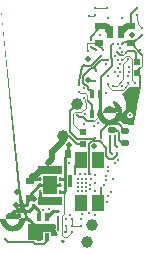
<source format=gbr>
G04 #@! TF.GenerationSoftware,KiCad,Pcbnew,7.0.10-7.0.10~ubuntu20.04.1*
G04 #@! TF.CreationDate,2024-01-02T22:15:02+00:00*
G04 #@! TF.ProjectId,yote,796f7465-2e6b-4696-9361-645f70636258,rev?*
G04 #@! TF.SameCoordinates,Original*
G04 #@! TF.FileFunction,Copper,L8,Bot*
G04 #@! TF.FilePolarity,Positive*
%FSLAX46Y46*%
G04 Gerber Fmt 4.6, Leading zero omitted, Abs format (unit mm)*
G04 Created by KiCad (PCBNEW 7.0.10-7.0.10~ubuntu20.04.1) date 2024-01-02 22:15:02*
%MOMM*%
%LPD*%
G01*
G04 APERTURE LIST*
G04 Aperture macros list*
%AMRoundRect*
0 Rectangle with rounded corners*
0 $1 Rounding radius*
0 $2 $3 $4 $5 $6 $7 $8 $9 X,Y pos of 4 corners*
0 Add a 4 corners polygon primitive as box body*
4,1,4,$2,$3,$4,$5,$6,$7,$8,$9,$2,$3,0*
0 Add four circle primitives for the rounded corners*
1,1,$1+$1,$2,$3*
1,1,$1+$1,$4,$5*
1,1,$1+$1,$6,$7*
1,1,$1+$1,$8,$9*
0 Add four rect primitives between the rounded corners*
20,1,$1+$1,$2,$3,$4,$5,0*
20,1,$1+$1,$4,$5,$6,$7,0*
20,1,$1+$1,$6,$7,$8,$9,0*
20,1,$1+$1,$8,$9,$2,$3,0*%
%AMFreePoly0*
4,1,59,-0.493204,1.039632,-0.294356,0.979312,-0.111096,0.881358,0.049533,0.749533,0.181358,0.588904,0.279312,0.405644,0.339632,0.206796,0.360000,0.000000,0.339632,-0.206796,0.279312,-0.405644,0.181358,-0.588904,0.049533,-0.749533,-0.111096,-0.881358,-0.294356,-0.979312,-0.493204,-1.039632,-0.700000,-1.060000,-0.906796,-1.039632,-1.105644,-0.979312,-1.288904,-0.881358,-1.449533,-0.749533,
-1.581358,-0.588904,-1.679312,-0.405644,-1.739632,-0.206796,-1.760000,0.000000,-1.264832,0.000000,-1.245586,-0.146189,-1.189159,-0.282416,-1.099397,-0.399397,-0.982416,-0.489159,-0.846189,-0.545586,-0.700000,-0.564832,-0.553811,-0.545586,-0.417584,-0.489159,-0.300603,-0.399397,-0.210841,-0.282416,-0.154414,-0.146189,-0.135168,0.000000,-0.154414,0.146189,-0.210841,0.282416,-0.300603,0.399397,
-0.417584,0.489159,-0.553811,0.545586,-0.700000,0.564832,-0.846189,0.545586,-0.982416,0.489159,-1.099397,0.399397,-1.189159,0.282416,-1.245586,0.146189,-1.264832,0.000000,-1.760000,0.000000,-1.739632,0.206796,-1.679312,0.405644,-1.581358,0.588904,-1.449533,0.749533,-1.288904,0.881358,-1.105644,0.979312,-0.906796,1.039632,-0.700000,1.060000,-0.493204,1.039632,-0.493204,1.039632,
$1*%
G04 Aperture macros list end*
G04 #@! TA.AperFunction,ComponentPad*
%ADD10C,1.000000*%
G04 #@! TD*
G04 #@! TA.AperFunction,ConnectorPad*
%ADD11C,1.000000*%
G04 #@! TD*
G04 #@! TA.AperFunction,SMDPad,CuDef*
%ADD12R,0.270000X0.250000*%
G04 #@! TD*
G04 #@! TA.AperFunction,SMDPad,CuDef*
%ADD13R,0.500000X0.600000*%
G04 #@! TD*
G04 #@! TA.AperFunction,SMDPad,CuDef*
%ADD14R,0.250000X0.270000*%
G04 #@! TD*
G04 #@! TA.AperFunction,SMDPad,CuDef*
%ADD15R,0.800000X0.600000*%
G04 #@! TD*
G04 #@! TA.AperFunction,SMDPad,CuDef*
%ADD16R,0.350000X1.100000*%
G04 #@! TD*
G04 #@! TA.AperFunction,SMDPad,CuDef*
%ADD17R,1.050000X1.400000*%
G04 #@! TD*
G04 #@! TA.AperFunction,SMDPad,CuDef*
%ADD18R,0.450000X0.750000*%
G04 #@! TD*
G04 #@! TA.AperFunction,SMDPad,CuDef*
%ADD19FreePoly0,270.000000*%
G04 #@! TD*
G04 #@! TA.AperFunction,SMDPad,CuDef*
%ADD20FreePoly0,90.000000*%
G04 #@! TD*
G04 #@! TA.AperFunction,SMDPad,CuDef*
%ADD21R,1.143000X1.549400*%
G04 #@! TD*
G04 #@! TA.AperFunction,SMDPad,CuDef*
%ADD22R,2.057400X0.635000*%
G04 #@! TD*
G04 #@! TA.AperFunction,SMDPad,CuDef*
%ADD23R,0.254000X0.355600*%
G04 #@! TD*
G04 #@! TA.AperFunction,SMDPad,CuDef*
%ADD24R,0.508000X1.092200*%
G04 #@! TD*
G04 #@! TA.AperFunction,SMDPad,CuDef*
%ADD25RoundRect,0.147500X0.172500X-0.147500X0.172500X0.147500X-0.172500X0.147500X-0.172500X-0.147500X0*%
G04 #@! TD*
G04 #@! TA.AperFunction,SMDPad,CuDef*
%ADD26RoundRect,0.050000X0.050000X-0.200000X0.050000X0.200000X-0.050000X0.200000X-0.050000X-0.200000X0*%
G04 #@! TD*
G04 #@! TA.AperFunction,SMDPad,CuDef*
%ADD27RoundRect,0.050000X0.275000X-0.200000X0.275000X0.200000X-0.275000X0.200000X-0.275000X-0.200000X0*%
G04 #@! TD*
G04 #@! TA.AperFunction,SMDPad,CuDef*
%ADD28R,0.600000X0.800000*%
G04 #@! TD*
G04 #@! TA.AperFunction,ViaPad*
%ADD29C,0.300000*%
G04 #@! TD*
G04 #@! TA.AperFunction,ViaPad*
%ADD30C,0.500000*%
G04 #@! TD*
G04 #@! TA.AperFunction,Conductor*
%ADD31C,0.110000*%
G04 #@! TD*
G04 #@! TA.AperFunction,Conductor*
%ADD32C,0.250000*%
G04 #@! TD*
G04 #@! TA.AperFunction,Conductor*
%ADD33C,0.150000*%
G04 #@! TD*
G04 #@! TA.AperFunction,Conductor*
%ADD34C,0.500000*%
G04 #@! TD*
G04 APERTURE END LIST*
D10*
X27400000Y44210000D03*
D11*
X27400000Y44210000D03*
D10*
X29420000Y35220000D03*
D11*
X29420000Y35220000D03*
D10*
X29820000Y36670000D03*
D11*
X29820000Y36670000D03*
D10*
X28600000Y46890000D03*
D11*
X28600000Y46890000D03*
D12*
X29750000Y51765000D03*
X29750000Y52315000D03*
X34060000Y52770000D03*
X34060000Y53320000D03*
D13*
X33660000Y49500000D03*
X33660000Y50500000D03*
D14*
X32920000Y48710000D03*
X33470000Y48710000D03*
X28145000Y36600000D03*
X27595000Y36600000D03*
D12*
X30120000Y54485000D03*
X30120000Y55035000D03*
D15*
X33170000Y52070000D03*
X33170000Y53470000D03*
D14*
X27590000Y36060000D03*
X28140000Y36060000D03*
D16*
X27945000Y40350000D03*
D17*
X30320000Y38550000D03*
X30320000Y42150000D03*
X28870000Y38550000D03*
X28870000Y42150000D03*
D14*
X27600000Y37145000D03*
X28150000Y37145000D03*
D15*
X24620000Y38950000D03*
X24620000Y40350000D03*
D14*
X30085000Y48890000D03*
X30635000Y48890000D03*
D18*
X29820001Y46030001D03*
X30520001Y46030001D03*
X29820001Y47730001D03*
X30520001Y47730001D03*
D19*
X32000001Y46180001D03*
D18*
X26025471Y37315017D03*
X25325471Y37315017D03*
X26025471Y35615017D03*
X25325471Y35615017D03*
D20*
X23845471Y37165017D03*
D21*
X26300000Y40010000D03*
D22*
X26300000Y41292700D03*
X26300000Y38727300D03*
D23*
X27125500Y39460001D03*
X27125500Y40010000D03*
X27125500Y40559999D03*
X25474500Y40559999D03*
X25474500Y40010000D03*
X25474500Y39460001D03*
D14*
X24305000Y38350000D03*
X24855000Y38350000D03*
D12*
X31920000Y43295000D03*
X31920000Y42745000D03*
D24*
X32319998Y52970000D03*
X31320000Y52970000D03*
D25*
X32620000Y44597500D03*
X32620000Y43627500D03*
D14*
X30745000Y51470000D03*
X30195000Y51470000D03*
D26*
X31320000Y43995000D03*
X31770000Y43995000D03*
D27*
X31545000Y44745000D03*
D14*
X30620000Y44070000D03*
X30070000Y44070000D03*
D15*
X30470000Y52100000D03*
X30470000Y53500000D03*
D12*
X33620000Y54455000D03*
X33620000Y55005000D03*
X26970000Y37860000D03*
X26970000Y37310000D03*
X28770000Y47935000D03*
X28770000Y48485000D03*
D28*
X26440000Y42710000D03*
X27840000Y42710000D03*
D13*
X29070000Y43520000D03*
X29070000Y44520000D03*
D29*
X27337428Y35276365D03*
X31775915Y41874085D03*
X30120000Y37520000D03*
D30*
X33260000Y52780000D03*
X30044500Y43320000D03*
D29*
X26192324Y37997353D03*
X31171290Y48571290D03*
D30*
X23480000Y39414500D03*
D29*
X31615934Y40554807D03*
X27946878Y37511099D03*
X29360000Y40230000D03*
X31200000Y49260000D03*
X28660000Y39880000D03*
X26270000Y39420000D03*
X32375500Y51330000D03*
X26785000Y35909002D03*
X29010000Y39880000D03*
X33390000Y47400000D03*
X30581615Y39796387D03*
X28660000Y39530000D03*
X26522087Y40624500D03*
X26658000Y39418243D03*
X29364397Y40583237D03*
X32000000Y49260000D03*
X29355492Y39526267D03*
X29010000Y39530000D03*
D30*
X29466842Y48979500D03*
D29*
X28660000Y40230000D03*
D30*
X32967272Y45462727D03*
D29*
X29610000Y54330000D03*
X30324000Y45277228D03*
X33869071Y51512079D03*
X29495469Y51432459D03*
X29010000Y40230000D03*
D30*
X24931798Y38824502D03*
X23410498Y38320000D03*
D29*
X33706757Y49636757D03*
X32400000Y52020000D03*
X27605500Y37179224D03*
X28660000Y40580000D03*
X29360000Y39880000D03*
X31800000Y50980000D03*
X27923597Y41943595D03*
X32200000Y51675000D03*
X29020000Y40590000D03*
X31503763Y42648535D03*
D30*
X26115813Y41947421D03*
D29*
X25689271Y37902138D03*
X29616032Y37674720D03*
X31130000Y55050000D03*
D30*
X22778778Y37417460D03*
D29*
X31600000Y52020000D03*
X28572668Y45942994D03*
D30*
X29540000Y50690000D03*
X24790498Y40835000D03*
D29*
X31009501Y47822512D03*
X31986022Y51325590D03*
X33045141Y45964859D03*
D30*
X27905500Y43454500D03*
D29*
X29170000Y48220000D03*
X28925000Y36575000D03*
X29248940Y40956028D03*
D30*
X31191720Y53057377D03*
D29*
X32000000Y52020000D03*
D30*
X32417065Y53124894D03*
D29*
X29005000Y37596346D03*
X32400000Y54180000D03*
X31180000Y54180000D03*
X28880500Y37130984D03*
X30060000Y40230000D03*
X30500700Y52720000D03*
X27000000Y36270000D03*
X30600000Y50985000D03*
X29135493Y50207003D03*
X32395834Y50631692D03*
X30060000Y39530000D03*
X28372332Y40945375D03*
X29145500Y47390500D03*
X28802762Y40942397D03*
X30009500Y45039938D03*
X29702071Y39671302D03*
X29217484Y46098831D03*
X29709999Y40059086D03*
X32402741Y48462741D03*
X32065500Y42152614D03*
X32963992Y50060000D03*
X32200000Y50295000D03*
X30060000Y40930000D03*
X29140000Y45250000D03*
X31230000Y39130000D03*
X31420189Y39469911D03*
X31000000Y50300000D03*
X30994104Y40441809D03*
X32000000Y50640000D03*
X31058086Y40826021D03*
X32956291Y49655950D03*
X32920498Y49240000D03*
X31168269Y41593497D03*
X32200000Y49610000D03*
X31084502Y38590000D03*
X30879522Y40047312D03*
X31998543Y49943357D03*
X31150500Y41204402D03*
X31800000Y49605000D03*
X32870019Y50684500D03*
X31629500Y48417920D03*
X29739885Y40570526D03*
X31200000Y50640000D03*
X22495532Y35445531D03*
X30209500Y49685523D03*
X29660212Y40961243D03*
D31*
X32920000Y48562806D02*
X32920000Y48710000D01*
X31171290Y48448710D02*
X31497080Y48122920D01*
D32*
X27337428Y35276365D02*
X27337428Y35285048D01*
D31*
X32480114Y48122920D02*
X32920000Y48562806D01*
X31497080Y48122920D02*
X32480114Y48122920D01*
X31171290Y48571290D02*
X31171290Y48448710D01*
D32*
X27337428Y35285048D02*
X27350000Y35297620D01*
D33*
X30581615Y39796387D02*
X30581615Y38821615D01*
X33650000Y49510000D02*
X33865395Y49294605D01*
X33330000Y52040000D02*
X33100000Y52040000D01*
X27400000Y44210000D02*
X27855000Y44210000D01*
X28545000Y43520000D02*
X28945000Y43520000D01*
X25325471Y35865471D02*
X25325471Y35615017D01*
D32*
X25377199Y40010000D02*
X24600000Y39232801D01*
D33*
X30470000Y51805000D02*
X30745000Y51530000D01*
D32*
X25325471Y36285017D02*
X24445471Y37165017D01*
X32717275Y45462727D02*
X32000001Y46180001D01*
D33*
X33960571Y50029429D02*
X33650000Y49718859D01*
D32*
X24600000Y39232801D02*
X24600000Y38970000D01*
X27125500Y40010000D02*
X26300000Y40010000D01*
D33*
X32510000Y52130000D02*
X32400000Y52020000D01*
D31*
X29427870Y52045000D02*
X30365000Y52045000D01*
D34*
X27400000Y43770000D02*
X27400000Y44210000D01*
X26440000Y42710000D02*
X26440000Y42810000D01*
D33*
X29466842Y48979500D02*
X29556342Y48890000D01*
D31*
X34070000Y50138858D02*
X34070000Y51070000D01*
D33*
X33360000Y46750000D02*
X33360000Y45650000D01*
X29556342Y48890000D02*
X30085000Y48890000D01*
D32*
X24305000Y38675000D02*
X24305000Y38350000D01*
D31*
X33040000Y45389999D02*
X32967272Y45462727D01*
D33*
X33360000Y46792358D02*
X33360000Y46750000D01*
D31*
X29965000Y54330000D02*
X30120000Y54485000D01*
D33*
X33865395Y49294605D02*
X33865395Y48434692D01*
D34*
X26440000Y42810000D02*
X27400000Y43770000D01*
D33*
X27855000Y44210000D02*
X28545000Y43520000D01*
D31*
X30365000Y52045000D02*
X30470000Y52150000D01*
D32*
X25325471Y35615017D02*
X25325471Y36285017D01*
D33*
X33675921Y47108279D02*
X33360000Y46792358D01*
X30470000Y52150000D02*
X30470000Y51805000D01*
D32*
X25474500Y40010000D02*
X26300000Y40010000D01*
D33*
X31320000Y42832298D02*
X31320000Y43995000D01*
D32*
X32967272Y45462727D02*
X32717275Y45462727D01*
X26780998Y35909002D02*
X26380000Y36310000D01*
X26785000Y35909002D02*
X26780998Y35909002D01*
D31*
X33960571Y50029429D02*
X34070000Y50138858D01*
D32*
X24600000Y38970000D02*
X24305000Y38675000D01*
D31*
X29610000Y54330000D02*
X29965000Y54330000D01*
D33*
X34070000Y51070000D02*
X33100000Y52040000D01*
X33172727Y45462727D02*
X32967272Y45462727D01*
D32*
X25610454Y36310000D02*
X25325471Y36025017D01*
D33*
X30581615Y38821615D02*
X30310000Y38550000D01*
D32*
X25474500Y40010000D02*
X25377199Y40010000D01*
D33*
X33150000Y52130000D02*
X32510000Y52130000D01*
D32*
X26380000Y36310000D02*
X25610454Y36310000D01*
D33*
X33650000Y49718859D02*
X33650000Y49510000D01*
X33360000Y45650000D02*
X33172727Y45462727D01*
X31503763Y42648535D02*
X31320000Y42832298D01*
D32*
X24275000Y38320000D02*
X24305000Y38350000D01*
D34*
X26440000Y42271608D02*
X26115813Y41947421D01*
D31*
X29427870Y52045000D02*
X29427870Y51397648D01*
D34*
X26440000Y42710000D02*
X26440000Y42271608D01*
D32*
X24445471Y37165017D02*
X23845471Y37165017D01*
D33*
X34060000Y52770000D02*
X33330000Y52040000D01*
D32*
X25325471Y35615017D02*
X25325471Y36025017D01*
D33*
X33865395Y48434692D02*
X33675921Y47108279D01*
D32*
X23410498Y38320000D02*
X24275000Y38320000D01*
D31*
X31130000Y55050000D02*
X30135000Y55050000D01*
X30135000Y55050000D02*
X30120000Y55035000D01*
D33*
X29420000Y45470000D02*
X30045000Y45470000D01*
X30635000Y49185000D02*
X30635000Y48890000D01*
X31478081Y50811919D02*
X31540000Y50750000D01*
D32*
X24475000Y37830000D02*
X24855000Y38210000D01*
X23230000Y37830000D02*
X24475000Y37830000D01*
X24855000Y38350000D02*
X25325472Y37879528D01*
D33*
X31540000Y50090000D02*
X30635000Y49185000D01*
X28572668Y45942994D02*
X28731831Y45783831D01*
X29106169Y45783831D02*
X29420000Y45470000D01*
X31478081Y51898081D02*
X31478081Y50811919D01*
X31540000Y50750000D02*
X31540000Y50090000D01*
D31*
X30045000Y45470000D02*
X30520001Y45945001D01*
X30520001Y45945001D02*
X30520001Y46030001D01*
D33*
X30635000Y48890000D02*
X30635000Y47845000D01*
X28731831Y45783831D02*
X29106169Y45783831D01*
D32*
X30509999Y47730001D02*
X30509999Y46029999D01*
D33*
X31600000Y52020000D02*
X31478081Y51898081D01*
D32*
X22817460Y37417460D02*
X23230000Y37830000D01*
X22778778Y37417460D02*
X22817460Y37417460D01*
X25325472Y37879528D02*
X25325472Y37315018D01*
D33*
X30635000Y47845000D02*
X30520001Y47730001D01*
D32*
X24855000Y38210000D02*
X24855000Y38350000D01*
D34*
X26300000Y41292700D02*
X25522700Y41292700D01*
X25522700Y41292700D02*
X24600000Y40370000D01*
D32*
X24789999Y40559999D02*
X24600000Y40370000D01*
X24600000Y40370000D02*
X24600000Y40644502D01*
X25474500Y40559999D02*
X24789999Y40559999D01*
X24600000Y40644502D02*
X24790498Y40835000D01*
D31*
X33701200Y53901200D02*
X33701200Y53678800D01*
X33701200Y53678800D02*
X34060000Y53320000D01*
X33620000Y54455000D02*
X33620000Y53982400D01*
X33620000Y53982400D02*
X33701200Y53901200D01*
D33*
X29750000Y51765000D02*
X29985000Y51530000D01*
X29985000Y51530000D02*
X30195000Y51530000D01*
X33400000Y51380000D02*
X32842694Y51380000D01*
X32690500Y51227806D02*
X32690500Y51199522D01*
D31*
X32477694Y51015000D02*
X32651347Y51188653D01*
D33*
X31986022Y51325590D02*
X31986022Y51274000D01*
X32245022Y51015000D02*
X32430000Y51015000D01*
X33570000Y51210000D02*
X33400000Y51380000D01*
X31986022Y51274000D02*
X32245022Y51015000D01*
X33570000Y50630000D02*
X33570000Y51210000D01*
X32842694Y51380000D02*
X32690500Y51227806D01*
D31*
X32430000Y51015000D02*
X32477694Y51015000D01*
D32*
X27543700Y39501201D02*
X27502500Y39460001D01*
D31*
X27750000Y35670000D02*
X28140000Y36060000D01*
X27502500Y39460001D02*
X27494393Y39451894D01*
X27310500Y37382694D02*
X27310500Y35789500D01*
D32*
X27543700Y40560000D02*
X27125500Y40559999D01*
D31*
X27430000Y35670000D02*
X27750000Y35670000D01*
D32*
X27543700Y40560000D02*
X27543700Y39501201D01*
D31*
X27494393Y39451894D02*
X27494393Y37566587D01*
D32*
X27502500Y39460001D02*
X27125500Y39460001D01*
X27840000Y42710000D02*
X27840000Y43389000D01*
D31*
X27310500Y35789500D02*
X27430000Y35670000D01*
D32*
X27543700Y42413700D02*
X27543700Y40560000D01*
D31*
X27494393Y37566587D02*
X27310500Y37382694D01*
X28169502Y36030498D02*
X28140000Y36060000D01*
D32*
X27840000Y43389000D02*
X27905500Y43454500D01*
X27840000Y42710000D02*
X27543700Y42413700D01*
D31*
X28145000Y36700000D02*
X28145000Y37145000D01*
X28145000Y37145000D02*
X28150000Y37150000D01*
X28925000Y36575000D02*
X28900000Y36600000D01*
X28900000Y36600000D02*
X28145000Y36600000D01*
D34*
X30470000Y53550000D02*
X31055901Y53550000D01*
D33*
X29750000Y52315000D02*
X29750000Y52600000D01*
X30470000Y53320000D02*
X30470000Y53550000D01*
X29750000Y52600000D02*
X30470000Y53320000D01*
D34*
X31055901Y53550000D02*
X31310001Y53295900D01*
X33170000Y53470000D02*
X32819998Y53470000D01*
D33*
X33620000Y55005000D02*
X33630000Y55005000D01*
X33150000Y53530000D02*
X33150000Y54535000D01*
D34*
X32819998Y53470000D02*
X32319998Y52970000D01*
D33*
X33150000Y54535000D02*
X33620000Y55005000D01*
X31870000Y44745000D02*
X31545000Y44745000D01*
X32095000Y43895000D02*
X32095000Y44520000D01*
X32545000Y43445000D02*
X32095000Y43895000D01*
X32095000Y44520000D02*
X31870000Y44745000D01*
X29038021Y50109531D02*
X29031945Y50073784D01*
X29783689Y50160000D02*
X29182496Y50160000D01*
X28740000Y48821264D02*
X28740000Y48515000D01*
X28839090Y49191034D02*
X28740000Y48821264D01*
X27000000Y36270000D02*
X27000000Y37280000D01*
X29182496Y50160000D02*
X29135493Y50207003D01*
X30600000Y50985000D02*
X30600000Y50976311D01*
X29135493Y50207003D02*
X29038021Y50109531D01*
X29031945Y50073784D02*
X28839090Y49191034D01*
X27000000Y37280000D02*
X26970000Y37310000D01*
X28740000Y48515000D02*
X28770000Y48485000D01*
X30600000Y50976311D02*
X29783689Y50160000D01*
D32*
X26570453Y37860000D02*
X26970000Y37860000D01*
X26025471Y37315018D02*
X26570453Y37860000D01*
D31*
X28850000Y47870000D02*
X29280000Y47870000D01*
D33*
X29520000Y47135011D02*
X29820001Y46835010D01*
D31*
X29440000Y47215011D02*
X29520000Y47135011D01*
D33*
X29820001Y46835010D02*
X29820001Y46030000D01*
D31*
X29440000Y47710000D02*
X29440000Y47215011D01*
X29280000Y47870000D02*
X29440000Y47710000D01*
X32992213Y50979500D02*
X33258492Y50713221D01*
X32743642Y50979500D02*
X32992213Y50979500D01*
X33258492Y50713221D02*
X33258492Y48921508D01*
X33258492Y48921508D02*
X33470000Y48710000D01*
X32395834Y50631692D02*
X32743642Y50979500D01*
D33*
X28372332Y41662332D02*
X28860000Y42150000D01*
X28372332Y40945375D02*
X28372332Y41662332D01*
D31*
X28270000Y45195000D02*
X28945000Y44520000D01*
X28437994Y46237994D02*
X28270000Y46070000D01*
X28270000Y46070000D02*
X28270000Y45195000D01*
X29240000Y47103885D02*
X29345000Y46998885D01*
X28694862Y46237994D02*
X28437994Y46237994D01*
X29095290Y46393831D02*
X28916459Y46215000D01*
X29240000Y47296000D02*
X29240000Y47103885D01*
X29345000Y46998885D02*
X29345000Y46545000D01*
X29345000Y46545000D02*
X29193831Y46393831D01*
X28916459Y46215000D02*
X28717856Y46215000D01*
X29193831Y46393831D02*
X29095290Y46393831D01*
X28717856Y46215000D02*
X28694862Y46237994D01*
X29145500Y47390500D02*
X29240000Y47296000D01*
X31629500Y48417920D02*
X31927920Y48417920D01*
X32495000Y48985000D02*
X32495000Y50309481D01*
X31927920Y48417920D02*
X32495000Y48985000D01*
X32495000Y50309481D02*
X32870019Y50684500D01*
D33*
X29102563Y49272563D02*
X29052342Y49042689D01*
X26025471Y35335015D02*
X26025471Y35615016D01*
X25740472Y35050016D02*
X26025471Y35335015D01*
X24979984Y35050016D02*
X25740472Y35050016D01*
X29052342Y48727658D02*
X29245000Y48535000D01*
X31200000Y50640000D02*
X30603101Y50640000D01*
X29883100Y49920000D02*
X29750000Y49920000D01*
X29485000Y48350478D02*
X29485000Y48150000D01*
X22741063Y35200000D02*
X24830000Y35200000D01*
X29052342Y49042689D02*
X29052342Y48727658D01*
X29991550Y50028450D02*
X29883100Y49920000D01*
X24830000Y35200000D02*
X24979984Y35050016D01*
X30209500Y49810500D02*
X29991550Y50028450D01*
X29300478Y48535000D02*
X29485000Y48350478D01*
X29485000Y48150000D02*
X29565000Y48070000D01*
X22495532Y35445531D02*
X22741063Y35200000D01*
X30603101Y50640000D02*
X29991550Y50028450D01*
X29245000Y48535000D02*
X29300478Y48535000D01*
X30209500Y49685523D02*
X30209500Y49810500D01*
X29565000Y48070000D02*
X29810000Y48070000D01*
X29750000Y49920000D02*
X29102563Y49272563D01*
D32*
X25474500Y39460001D02*
X25474500Y39032201D01*
X25474500Y39032201D02*
X25779401Y38727300D01*
D31*
X27595000Y36600000D02*
X27595000Y36065000D01*
X27595000Y36065000D02*
X27590000Y36060000D01*
D33*
X28016474Y44568526D02*
X28600000Y43985000D01*
X28600000Y43985000D02*
X29985000Y43985000D01*
X28600000Y46895000D02*
X28016474Y46311474D01*
X29985000Y43985000D02*
X30070000Y44070000D01*
X28016474Y46311474D02*
X28016474Y44568526D01*
X30620000Y44070000D02*
X30620000Y44600442D01*
X32545000Y44709999D02*
X32545000Y44415000D01*
X30620000Y44600442D02*
X31192285Y45172727D01*
X32082272Y45172727D02*
X32545000Y44709999D01*
X31192285Y45172727D02*
X32082272Y45172727D01*
X31591815Y42291815D02*
X31920000Y42620000D01*
X29660212Y40961243D02*
X29620000Y41001455D01*
X29620000Y43482399D02*
X29872601Y43735000D01*
X30480000Y43735000D02*
X31030000Y43185000D01*
X31273185Y42291815D02*
X31591815Y42291815D01*
X29872601Y43735000D02*
X30480000Y43735000D01*
X31030000Y42535000D02*
X31273185Y42291815D01*
X31030000Y43185000D02*
X31030000Y42535000D01*
X31920000Y42620000D02*
X31920000Y42745000D01*
X29620000Y41001455D02*
X29620000Y43482399D01*
X31770000Y43995000D02*
X31770000Y43445000D01*
X31770000Y43445000D02*
X31920000Y43295000D01*
G04 #@! TA.AperFunction,Conductor*
G36*
X33862436Y48340315D02*
G01*
X33908191Y48287511D01*
X33918135Y48218353D01*
X33917946Y48217088D01*
X33690276Y46741791D01*
X33689679Y46738258D01*
X33545956Y45957364D01*
X33514462Y45894995D01*
X33493132Y45882441D01*
X33504502Y45870231D01*
X33516910Y45801472D01*
X33515572Y45792277D01*
X33410977Y45223977D01*
X33379483Y45161608D01*
X33319269Y45126167D01*
X33274870Y45123233D01*
X32571145Y45204121D01*
X32506795Y45231331D01*
X32488064Y45250371D01*
X32069646Y45779315D01*
X32043494Y45844103D01*
X32056520Y45912748D01*
X32093389Y45956105D01*
X32105277Y45964856D01*
X32789733Y45964856D01*
X32809174Y45867120D01*
X32864540Y45784258D01*
X32947402Y45728892D01*
X33045139Y45709451D01*
X33045141Y45709451D01*
X33045143Y45709451D01*
X33142879Y45728892D01*
X33142880Y45728892D01*
X33142881Y45728893D01*
X33225742Y45784258D01*
X33281107Y45867119D01*
X33281107Y45867120D01*
X33287892Y45877274D01*
X33290060Y45875825D01*
X33321412Y45914734D01*
X33302387Y45955618D01*
X33300549Y45964859D01*
X33281107Y46062599D01*
X33225742Y46145460D01*
X33142881Y46200825D01*
X33094011Y46210546D01*
X33045143Y46220267D01*
X33045139Y46220267D01*
X32979981Y46207305D01*
X32947401Y46200825D01*
X32864540Y46145460D01*
X32809175Y46062599D01*
X32809174Y46062597D01*
X32789733Y45964861D01*
X32789733Y45964856D01*
X32105277Y45964856D01*
X32709998Y46409998D01*
X32710000Y46410000D01*
X32740000Y47050000D01*
X32432684Y47655850D01*
X32419914Y47724541D01*
X32446307Y47789233D01*
X32459727Y47803574D01*
X33034499Y48327631D01*
X33097300Y48358253D01*
X33118044Y48360000D01*
X33795397Y48360000D01*
X33862436Y48340315D01*
G37*
G04 #@! TD.AperFunction*
G04 #@! TA.AperFunction,Conductor*
G36*
X26693039Y36750315D02*
G01*
X26738794Y36697511D01*
X26750000Y36646000D01*
X26750000Y36309399D01*
X26747617Y36285205D01*
X26744592Y36269999D01*
X26747617Y36254792D01*
X26750000Y36230600D01*
X26750000Y35881638D01*
X26730315Y35814599D01*
X26677511Y35768844D01*
X26628386Y35757661D01*
X26477352Y35754756D01*
X26409949Y35773148D01*
X26363187Y35825062D01*
X26350970Y35878733D01*
X26350970Y35999912D01*
X26350969Y35999916D01*
X26345140Y36029230D01*
X26322928Y36062474D01*
X26289684Y36084686D01*
X26260370Y36090517D01*
X25790573Y36090516D01*
X25790568Y36090515D01*
X25761258Y36084686D01*
X25728013Y36062474D01*
X25705803Y36029231D01*
X25705800Y36029225D01*
X25699971Y35999918D01*
X25699971Y35524000D01*
X25680286Y35456961D01*
X25627482Y35411206D01*
X25575971Y35400000D01*
X24517673Y35400000D01*
X24450634Y35419685D01*
X24404879Y35472489D01*
X24393726Y35527619D01*
X24402105Y35814599D01*
X24426485Y36649619D01*
X24448118Y36716055D01*
X24502234Y36760250D01*
X24550432Y36770000D01*
X26626000Y36770000D01*
X26693039Y36750315D01*
G37*
G04 #@! TD.AperFunction*
M02*

</source>
